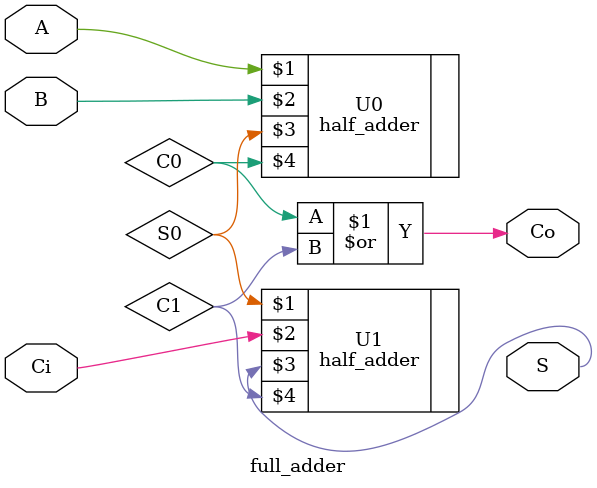
<source format=v>
`timescale 0.1ns / 1ps

module full_adder(
    A, B, Ci, S, Co
    );
    
    input A, B, Ci;
    output S, Co;
    
    wire C0, C1, S0;
    
    half_adder U0(A, B, S0, C0);
    half_adder U1(S0, Ci, S, C1);
    
    assign Co = C0 | C1;
    
endmodule

</source>
